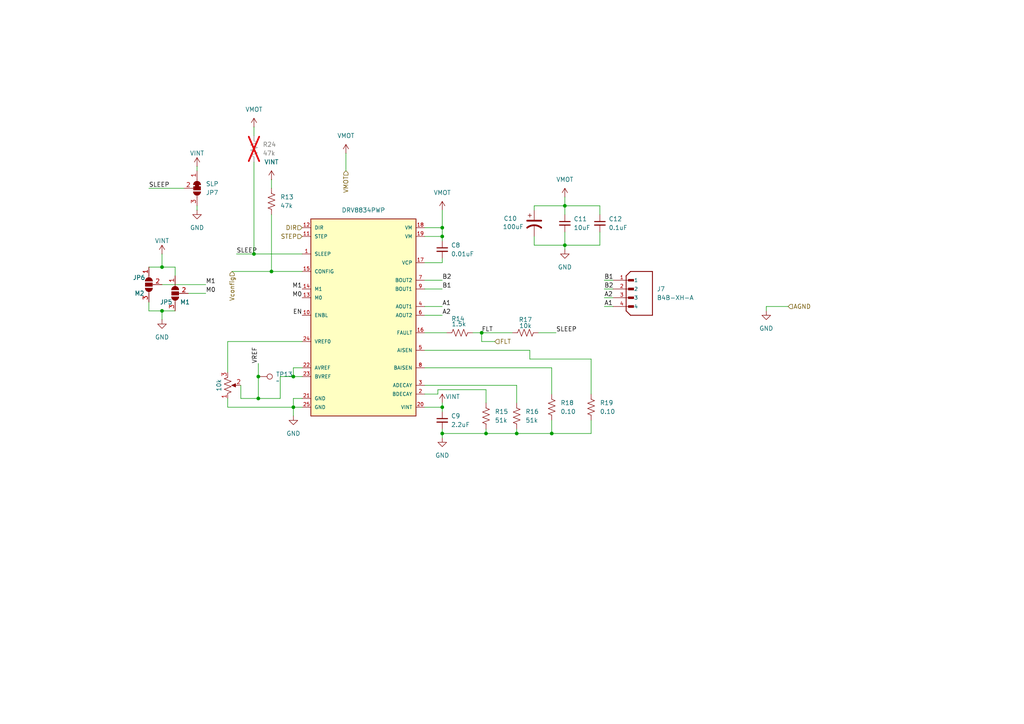
<source format=kicad_sch>
(kicad_sch (version 20231120) (generator "eeschema") (generator_version "8.0")
  (paper "A4")
  (lib_symbols
    (symbol "GT_LIbrary:B4B-XH-A" (pin_names (offset 1.016))
      (property "Reference" "J" (at -2.54 6.35 0))
      (property "Value" "B4B-XH-A" (at -2.54 -10.16 0))
      (symbol "B4B-XH-A_0_0"
        (rectangle (start -3.175 -5.3975) (end -1.5875 -4.7625) (stroke (width 0.1)) (fill (type outline)))
        (rectangle (start -3.175 -2.8575) (end -1.5875 -2.2225) (stroke (width 0.1)) (fill (type outline)))
        (rectangle (start -3.175 -0.3175) (end -1.5875 0.3175) (stroke (width 0.1)) (fill (type outline)))
        (rectangle (start -3.175 2.2225) (end -1.5875 2.8575) (stroke (width 0.1)) (fill (type outline)))
        (polyline (pts (xy -3.81 -6.35) (xy -2.54 -7.62)) (stroke (width 0.254)))
        (polyline (pts (xy -3.81 3.81) (xy -3.81 -6.35)) (stroke (width 0.254)))
        (polyline (pts (xy -3.81 3.81) (xy -2.54 5.08)) (stroke (width 0.254)))
        (polyline (pts (xy -2.54 -7.62) (xy 3.81 -7.62)) (stroke (width 0.254)))
        (polyline (pts (xy 3.81 -7.62) (xy 3.81 5.08)) (stroke (width 0.254)))
        (polyline (pts (xy 3.81 5.08) (xy -2.54 5.08)) (stroke (width 0.254)))
        (pin passive line (at -7.62 2.54 0) (length 5.08) (name "1") (number "1"))
        (pin passive line (at -7.62 0 0) (length 5.08) (name "2") (number "2"))
        (pin passive line (at -7.62 -2.54 0) (length 5.08) (name "3") (number "3"))
        (pin passive line (at -7.62 -5.08 0) (length 5.08) (name "4") (number "4"))
      )
    )
    (symbol "GT_LIbrary:C_Polarized_US" (pin_numbers hide) (pin_names (offset 0.254) hide)
      (property "Reference" "C" (at 0.635 2.54 0))
      (property "Value" "C_Polarized_US" (at 0.635 -2.54 0))
      (symbol "C_Polarized_US_0_1"
        (polyline (pts (xy -2.032 0.762) (xy 2.032 0.762)) (stroke (width 0.508)))
        (polyline (pts (xy -1.778 2.286) (xy -0.762 2.286)))
        (polyline (pts (xy -1.27 1.778) (xy -1.27 2.794)))
        (arc (start 2.032 -1.27) (mid 0 -0.5572) (end -2.032 -1.27) (stroke (width 0.508)))
      )
      (symbol "C_Polarized_US_1_1"
        (pin passive line (at 0 3.81 270) (length 2.794) (name "~") (number "1"))
        (pin passive line (at 0 -3.81 90) (length 3.302) (name "~") (number "2"))
      )
    )
    (symbol "GT_LIbrary:C_Small" (pin_numbers hide) (pin_names (offset 0.254) hide)
      (property "Reference" "C" (at 0.254 1.778 0))
      (property "Value" "C_Small" (at 0.254 -2.032 0))
      (symbol "C_Small_0_1"
        (polyline (pts (xy -1.524 -0.508) (xy 1.524 -0.508)) (stroke (width 0.3302)))
        (polyline (pts (xy -1.524 0.508) (xy 1.524 0.508)) (stroke (width 0.3048)))
      )
      (symbol "C_Small_1_1"
        (pin passive line (at 0 2.54 270) (length 2.032) (name "~") (number "1"))
        (pin passive line (at 0 -2.54 90) (length 2.032) (name "~") (number "2"))
      )
    )
    (symbol "GT_LIbrary:DRV8834PWP" (pin_names (offset 1.016))
      (property "Reference" "U" (at -15.2662 18.3195 0))
      (property "Value" "DRV8834PWP" (at -6.35 15.24 0))
      (symbol "DRV8834PWP_0_0"
        (rectangle (start -15.24 17.78) (end 15.24 -39.37) (stroke (width 0.254)) (fill (type background)))
        (pin input line (at -17.78 -2.54 0) (length 2.54) (name "M1") (number "14"))
        (pin input line (at -17.78 2.54 0) (length 2.54) (name "CONFIG") (number "15"))
        (pin bidirectional line (at -17.78 -36.83 0) (length 2.54) (name "GND") (number "25"))
      )
      (symbol "DRV8834PWP_1_0"
        (pin input line (at -17.78 7.62 0) (length 2.54) (name "SLEEP") (number "1"))
        (pin input line (at -17.78 -10.16 0) (length 2.54) (name "ENBL") (number "10"))
        (pin input line (at -17.78 12.7 0) (length 2.54) (name "STEP") (number "11"))
        (pin input line (at -17.78 15.24 0) (length 2.54) (name "DIR") (number "12"))
        (pin input line (at -17.78 -5.08 0) (length 2.54) (name "M0") (number "13"))
        (pin output line (at 17.78 -15.24 180) (length 2.54) (name "FAULT") (number "16"))
        (pin output line (at 17.78 5.08 180) (length 2.54) (name "VCP") (number "17"))
        (pin power_in line (at 17.78 15.24 180) (length 2.54) (name "VM") (number "18"))
        (pin power_in line (at 17.78 12.7 180) (length 2.54) (name "VM") (number "19"))
        (pin power_in line (at 17.78 -33.02 180) (length 2.54) (name "BDECAY") (number "2"))
        (pin power_in line (at 17.78 -36.83 180) (length 2.54) (name "VINT") (number "20"))
        (pin bidirectional line (at -17.78 -34.29 0) (length 2.54) (name "GND") (number "21"))
        (pin input line (at -17.78 -25.4 0) (length 2.54) (name "AVREF") (number "22"))
        (pin input line (at -17.78 -27.94 0) (length 2.54) (name "BVREF") (number "23"))
        (pin input line (at -17.78 -17.78 0) (length 2.54) (name "VREF0") (number "24"))
        (pin power_in line (at 17.78 -30.48 180) (length 2.54) (name "ADECAY") (number "3"))
        (pin output line (at 17.78 -7.62 180) (length 2.54) (name "AOUT1") (number "4"))
        (pin output line (at 17.78 -20.32 180) (length 2.54) (name "AISEN") (number "5"))
        (pin output line (at 17.78 -10.16 180) (length 2.54) (name "AOUT2") (number "6"))
        (pin output line (at 17.78 0 180) (length 2.54) (name "BOUT2") (number "7"))
        (pin power_in line (at 17.78 -25.4 180) (length 2.54) (name "BAISEN") (number "8"))
        (pin output line (at 17.78 -2.54 180) (length 2.54) (name "BOUT1") (number "9"))
      )
    )
    (symbol "GT_LIbrary:GND" (power) (pin_numbers hide) (pin_names (offset 0) hide)
      (property "Value" "GND" (at 0 -3.81 0))
      (symbol "GND_0_1"
        (polyline (pts (xy 0 0) (xy 0 -1.27) (xy 1.27 -1.27) (xy 0 -2.54) (xy -1.27 -1.27) (xy 0 -1.27)))
      )
      (symbol "GND_1_1"
        (pin power_in line (at 0 0 270) (length 0) (name "~") (number "1"))
      )
    )
    (symbol "GT_LIbrary:R_Potentiometer_US" (pin_names (offset 1.016) hide)
      (property "Reference" "RV" (at -4.445 0 90))
      (property "Value" "R_Potentiometer_US" (at -2.54 0 90))
      (symbol "R_Potentiometer_US_0_1"
        (polyline (pts (xy 0 -2.286) (xy 0 -2.54)))
        (polyline (pts (xy 0 2.54) (xy 0 2.286)))
        (polyline (pts (xy 2.54 0) (xy 1.524 0)))
        (polyline (pts (xy 1.143 0) (xy 2.286 0.508) (xy 2.286 -0.508) (xy 1.143 0)) (fill (type outline)))
        (polyline (pts (xy 0 -0.762) (xy 1.016 -1.143) (xy 0 -1.524) (xy -1.016 -1.905) (xy 0 -2.286)))
        (polyline (pts (xy 0 0.762) (xy 1.016 0.381) (xy 0 0) (xy -1.016 -0.381) (xy 0 -0.762)))
        (polyline (pts (xy 0 2.286) (xy 1.016 1.905) (xy 0 1.524) (xy -1.016 1.143) (xy 0 0.762)))
      )
      (symbol "R_Potentiometer_US_1_1"
        (pin passive line (at 0 3.81 270) (length 1.27) (name "1") (number "1"))
        (pin passive line (at 3.81 0 180) (length 1.27) (name "2") (number "2"))
        (pin passive line (at 0 -3.81 90) (length 1.27) (name "3") (number "3"))
      )
    )
    (symbol "GT_LIbrary:R_US" (pin_numbers hide) (pin_names (offset 0))
      (property "Reference" "R" (at 2.54 0 90))
      (property "Value" "R_US" (at -2.54 0 90))
      (symbol "R_US_0_1"
        (polyline (pts (xy 0 -2.286) (xy 0 -2.54)))
        (polyline (pts (xy 0 2.286) (xy 0 2.54)))
        (polyline (pts (xy 0 -0.762) (xy 1.016 -1.143) (xy 0 -1.524) (xy -1.016 -1.905) (xy 0 -2.286)))
        (polyline (pts (xy 0 0.762) (xy 1.016 0.381) (xy 0 0) (xy -1.016 -0.381) (xy 0 -0.762)))
        (polyline (pts (xy 0 2.286) (xy 1.016 1.905) (xy 0 1.524) (xy -1.016 1.143) (xy 0 0.762)))
      )
      (symbol "R_US_1_1"
        (pin passive line (at 0 3.81 270) (length 1.27) (name "~") (number "1"))
        (pin passive line (at 0 -3.81 90) (length 1.27) (name "~") (number "2"))
      )
    )
    (symbol "GT_LIbrary:SolderJumper_3_Bridged12" (pin_names (offset 0) hide) (exclude_from_sim yes) (in_bom no)
      (property "Reference" "JP" (at -2.54 -2.54 0))
      (property "Value" "SolderJumper_3_Bridged12" (at 0 2.794 0))
      (symbol "SolderJumper_3_Bridged12_0_1"
        (rectangle (start -1.016 0.508) (end -0.508 -0.508) (fill (type outline)))
        (arc (start -1.016 1.016) (mid -2.0276 0) (end -1.016 -1.016))
        (arc (start -1.016 1.016) (mid -2.0276 0) (end -1.016 -1.016) (fill (type outline)))
        (rectangle (start -0.508 1.016) (end 0.508 -1.016) (fill (type outline)))
        (polyline (pts (xy -2.54 0) (xy -2.032 0)))
        (polyline (pts (xy -1.016 1.016) (xy -1.016 -1.016)))
        (polyline (pts (xy 0 -1.27) (xy 0 -1.016)))
        (polyline (pts (xy 1.016 1.016) (xy 1.016 -1.016)))
        (polyline (pts (xy 2.54 0) (xy 2.032 0)))
        (arc (start 1.016 -1.016) (mid 2.0276 0) (end 1.016 1.016))
        (arc (start 1.016 -1.016) (mid 2.0276 0) (end 1.016 1.016) (fill (type outline)))
      )
      (symbol "SolderJumper_3_Bridged12_1_1"
        (pin passive line (at -5.08 0 0) (length 2.54) (name "A") (number "1"))
        (pin passive line (at 0 -3.81 90) (length 2.54) (name "C") (number "2"))
        (pin passive line (at 5.08 0 180) (length 2.54) (name "B") (number "3"))
      )
    )
    (symbol "GT_LIbrary:SolderJumper_3_Open" (pin_names (offset 0) hide) (exclude_from_sim yes) (in_bom no)
      (property "Reference" "JP" (at -2.54 -2.54 0))
      (property "Value" "SolderJumper_3_Open" (at 0 2.794 0))
      (symbol "SolderJumper_3_Open_0_1"
        (arc (start -1.016 1.016) (mid -2.0276 0) (end -1.016 -1.016))
        (arc (start -1.016 1.016) (mid -2.0276 0) (end -1.016 -1.016) (fill (type outline)))
        (rectangle (start -0.508 1.016) (end 0.508 -1.016) (fill (type outline)))
        (polyline (pts (xy -2.54 0) (xy -2.032 0)))
        (polyline (pts (xy -1.016 1.016) (xy -1.016 -1.016)))
        (polyline (pts (xy 0 -1.27) (xy 0 -1.016)))
        (polyline (pts (xy 1.016 1.016) (xy 1.016 -1.016)))
        (polyline (pts (xy 2.54 0) (xy 2.032 0)))
        (arc (start 1.016 -1.016) (mid 2.0276 0) (end 1.016 1.016))
        (arc (start 1.016 -1.016) (mid 2.0276 0) (end 1.016 1.016) (fill (type outline)))
      )
      (symbol "SolderJumper_3_Open_1_1"
        (pin passive line (at -5.08 0 0) (length 2.54) (name "A") (number "1"))
        (pin passive line (at 0 -3.81 90) (length 2.54) (name "C") (number "2"))
        (pin passive line (at 5.08 0 180) (length 2.54) (name "B") (number "3"))
      )
    )
    (symbol "GT_LIbrary:TestPoint" (pin_numbers hide) (pin_names (offset 0.762) hide)
      (property "Reference" "TP" (at 0 6.858 0))
      (property "Value" "TestPoint" (at 0 5.08 0))
      (symbol "TestPoint_0_1"
        (circle (center 0 3.302) (radius 0.762))
      )
      (symbol "TestPoint_1_1"
        (pin passive line (at 0 0 90) (length 2.54) (name "1") (number "1"))
      )
    )
    (symbol "GT_LIbrary:VCC" (power) (pin_numbers hide) (pin_names (offset 0) hide)
      (property "Value" "VCC" (at 0 3.556 0))
      (symbol "VCC_0_1"
        (polyline (pts (xy -0.762 1.27) (xy 0 2.54)))
        (polyline (pts (xy 0 0) (xy 0 2.54)))
        (polyline (pts (xy 0 2.54) (xy 0.762 1.27)))
      )
      (symbol "VCC_1_1"
        (pin power_in line (at 0 0 90) (length 0) (name "~") (number "1"))
      )
    )
  )
  (junction (at 128.27 66.04))
  (junction (at 46.99 90.17))
  (junction (at 128.27 125.73))
  (junction (at 163.83 59.69))
  (junction (at 85.09 118.11))
  (junction (at 85.09 109.22))
  (junction (at 149.86 125.73))
  (junction (at 74.93 115.57))
  (junction (at 163.83 71.12))
  (junction (at 139.7 96.52))
  (junction (at 160.02 125.73))
  (junction (at 128.27 118.11))
  (junction (at 73.66 73.66))
  (junction (at 46.99 77.47))
  (junction (at 128.27 68.58))
  (junction (at 78.74 78.74))
  (junction (at 74.93 109.22))
  (junction (at 140.97 125.73))
  (wire (pts (xy 128.27 125.73) (xy 128.27 127)))
  (wire (pts (xy 143.51 99.06) (xy 139.7 99.06)))
  (wire (pts (xy 123.19 88.9) (xy 128.27 88.9)))
  (wire (pts (xy 140.97 125.73) (xy 128.27 125.73)))
  (wire (pts (xy 85.09 109.22) (xy 87.63 109.22)))
  (wire (pts (xy 171.45 121.92) (xy 171.45 125.73)))
  (wire (pts (xy 153.67 101.6) (xy 153.67 104.14)))
  (wire (pts (xy 87.63 106.68) (xy 85.09 106.68)))
  (wire (pts (xy 73.66 73.66) (xy 87.63 73.66)))
  (wire (pts (xy 67.31 78.74) (xy 78.74 78.74)))
  (wire (pts (xy 175.26 83.82) (xy 177.8 83.82)))
  (wire (pts (xy 69.85 115.57) (xy 74.93 115.57)))
  (wire (pts (xy 87.63 99.06) (xy 66.04 99.06)))
  (wire (pts (xy 87.63 115.57) (xy 85.09 115.57)))
  (wire (pts (xy 175.26 81.28) (xy 177.8 81.28)))
  (wire (pts (xy 163.83 67.31) (xy 163.83 71.12)))
  (wire (pts (xy 74.93 109.22) (xy 74.93 115.57)))
  (wire (pts (xy 140.97 124.46) (xy 140.97 125.73)))
  (wire (pts (xy 128.27 118.11) (xy 128.27 119.38)))
  (wire (pts (xy 127 113.03) (xy 140.97 113.03)))
  (wire (pts (xy 74.93 115.57) (xy 81.28 115.57)))
  (wire (pts (xy 69.85 115.57) (xy 69.85 111.76)))
  (wire (pts (xy 123.19 91.44) (xy 128.27 91.44)))
  (wire (pts (xy 163.83 71.12) (xy 173.99 71.12)))
  (wire (pts (xy 128.27 116.84) (xy 128.27 118.11)))
  (wire (pts (xy 139.7 99.06) (xy 139.7 96.52)))
  (wire (pts (xy 123.19 106.68) (xy 160.02 106.68)))
  (wire (pts (xy 123.19 101.6) (xy 153.67 101.6)))
  (wire (pts (xy 57.15 48.26) (xy 57.15 49.53)))
  (wire (pts (xy 66.04 115.57) (xy 66.04 118.11)))
  (wire (pts (xy 163.83 71.12) (xy 163.83 72.39)))
  (wire (pts (xy 123.19 96.52) (xy 129.54 96.52)))
  (wire (pts (xy 66.04 118.11) (xy 85.09 118.11)))
  (wire (pts (xy 173.99 62.23) (xy 173.99 59.69)))
  (wire (pts (xy 156.21 96.52) (xy 161.29 96.52)))
  (wire (pts (xy 81.28 115.57) (xy 81.28 109.22)))
  (wire (pts (xy 43.18 87.63) (xy 43.18 90.17)))
  (wire (pts (xy 66.04 99.06) (xy 66.04 107.95)))
  (wire (pts (xy 59.69 82.55) (xy 46.99 82.55)))
  (wire (pts (xy 46.99 77.47) (xy 43.18 77.47)))
  (wire (pts (xy 100.33 44.45) (xy 100.33 49.53)))
  (wire (pts (xy 149.86 125.73) (xy 140.97 125.73)))
  (wire (pts (xy 123.19 114.3) (xy 127 114.3)))
  (wire (pts (xy 73.66 36.83) (xy 73.66 39.37)))
  (wire (pts (xy 85.09 106.68) (xy 85.09 109.22)))
  (wire (pts (xy 175.26 86.36) (xy 177.8 86.36)))
  (wire (pts (xy 127 114.3) (xy 127 113.03)))
  (wire (pts (xy 123.19 83.82) (xy 128.27 83.82)))
  (wire (pts (xy 163.83 62.23) (xy 163.83 59.69)))
  (wire (pts (xy 85.09 118.11) (xy 87.63 118.11)))
  (wire (pts (xy 154.94 71.12) (xy 163.83 71.12)))
  (wire (pts (xy 137.16 96.52) (xy 139.7 96.52)))
  (wire (pts (xy 160.02 125.73) (xy 149.86 125.73)))
  (wire (pts (xy 154.94 59.69) (xy 163.83 59.69)))
  (wire (pts (xy 123.19 81.28) (xy 128.27 81.28)))
  (wire (pts (xy 163.83 59.69) (xy 173.99 59.69)))
  (wire (pts (xy 78.74 52.07) (xy 78.74 54.61)))
  (wire (pts (xy 128.27 68.58) (xy 128.27 66.04)))
  (wire (pts (xy 85.09 115.57) (xy 85.09 118.11)))
  (wire (pts (xy 149.86 124.46) (xy 149.86 125.73)))
  (wire (pts (xy 59.69 85.09) (xy 54.61 85.09)))
  (wire (pts (xy 171.45 104.14) (xy 171.45 114.3)))
  (wire (pts (xy 123.19 66.04) (xy 128.27 66.04)))
  (wire (pts (xy 163.83 57.15) (xy 163.83 59.69)))
  (wire (pts (xy 43.18 90.17) (xy 46.99 90.17)))
  (wire (pts (xy 128.27 76.2) (xy 128.27 74.93)))
  (wire (pts (xy 160.02 121.92) (xy 160.02 125.73)))
  (wire (pts (xy 78.74 78.74) (xy 87.63 78.74)))
  (wire (pts (xy 140.97 113.03) (xy 140.97 116.84)))
  (wire (pts (xy 171.45 125.73) (xy 160.02 125.73)))
  (wire (pts (xy 128.27 68.58) (xy 128.27 69.85)))
  (wire (pts (xy 153.67 104.14) (xy 171.45 104.14)))
  (wire (pts (xy 139.7 96.52) (xy 148.59 96.52)))
  (wire (pts (xy 128.27 124.46) (xy 128.27 125.73)))
  (wire (pts (xy 46.99 73.66) (xy 46.99 77.47)))
  (wire (pts (xy 73.66 46.99) (xy 73.66 73.66)))
  (wire (pts (xy 173.99 67.31) (xy 173.99 71.12)))
  (wire (pts (xy 68.58 73.66) (xy 73.66 73.66)))
  (wire (pts (xy 154.94 59.69) (xy 154.94 60.96)))
  (wire (pts (xy 43.18 54.61) (xy 53.34 54.61)))
  (wire (pts (xy 123.19 68.58) (xy 128.27 68.58)))
  (wire (pts (xy 222.25 88.9) (xy 228.6 88.9)))
  (wire (pts (xy 57.15 60.96) (xy 57.15 59.69)))
  (wire (pts (xy 85.09 120.65) (xy 85.09 118.11)))
  (wire (pts (xy 74.93 105.41) (xy 74.93 109.22)))
  (wire (pts (xy 160.02 106.68) (xy 160.02 114.3)))
  (wire (pts (xy 222.25 88.9) (xy 222.25 90.17)))
  (wire (pts (xy 154.94 68.58) (xy 154.94 71.12)))
  (wire (pts (xy 123.19 118.11) (xy 128.27 118.11)))
  (wire (pts (xy 149.86 111.76) (xy 149.86 116.84)))
  (wire (pts (xy 128.27 60.96) (xy 128.27 66.04)))
  (wire (pts (xy 123.19 111.76) (xy 149.86 111.76)))
  (wire (pts (xy 46.99 90.17) (xy 46.99 92.71)))
  (wire (pts (xy 50.8 80.01) (xy 50.8 77.47)))
  (wire (pts (xy 46.99 90.17) (xy 50.8 90.17)))
  (wire (pts (xy 50.8 77.47) (xy 46.99 77.47)))
  (wire (pts (xy 123.19 76.2) (xy 128.27 76.2)))
  (wire (pts (xy 81.28 109.22) (xy 85.09 109.22)))
  (wire (pts (xy 78.74 78.74) (xy 78.74 62.23)))
  (wire (pts (xy 175.26 88.9) (xy 177.8 88.9)))
  (label "A2" (at 175.26 86.36 0))
  (label "FLT" (at 139.7 96.52 0))
  (label "EN" (at 87.63 91.44 180))
  (label "A1" (at 128.27 88.9 0))
  (label "M0" (at 59.69 85.09 0))
  (label "B2" (at 128.27 81.28 0))
  (label "SLEEP" (at 161.29 96.52 0))
  (label "M0" (at 87.63 86.36 180))
  (label "M1" (at 59.69 82.55 0))
  (label "A1" (at 175.26 88.9 0))
  (label "VREF" (at 74.93 105.41 90))
  (label "A2" (at 128.27 91.44 0))
  (label "M1" (at 87.63 83.82 180))
  (label "SLEEP" (at 68.58 73.66 0))
  (label "SLEEP" (at 43.18 54.61 0))
  (label "B1" (at 128.27 83.82 0))
  (label "B2" (at 175.26 83.82 0))
  (label "B1" (at 175.26 81.28 0))
  (hierarchical_label "AGND" (shape input) (at 228.6 88.9 0))
  (hierarchical_label "FLT" (shape input) (at 143.51 99.06 0))
  (hierarchical_label "Vconfig" (shape input) (at 67.31 78.74 270))
  (hierarchical_label "DIR" (shape input) (at 87.63 66.04 180))
  (hierarchical_label "VMOT" (shape input) (at 100.33 49.53 270))
  (hierarchical_label "STEP" (shape input) (at 87.63 68.58 180))
  (symbol (lib_id "GT_LIbrary:VCC") (at 73.66 36.83 0) (unit 1)
    (property "Reference" "#PWR022" (effects (hide yes)))
    (property "Value" "VMOT" (at 73.66 31.75 0))
    (property "Description" "Power symbol creates a global label with name \"VCC\"" (effects (hide yes)))
  )
  (symbol (lib_id "GT_LIbrary:GND") (at 222.25 90.17 0) (unit 1)
    (property "Reference" "#PWR097" (effects (hide yes)))
    (property "Value" "GND" (at 222.25 95.25 0))
    (property "Description" "Power symbol creates a global label with name \"GND\" , ground" (effects (hide yes)))
  )
  (symbol (lib_id "GT_LIbrary:VCC") (at 100.33 44.45 0) (unit 1)
    (property "Reference" "#PWR095" (effects (hide yes)))
    (property "Value" "VMOT" (at 100.33 39.37 0))
    (property "Description" "Power symbol creates a global label with name \"VCC\"" (effects (hide yes)))
  )
  (symbol (lib_id "GT_LIbrary:R_US") (at 78.74 58.42 0) (unit 1)
    (property "Reference" "R13" (at 81.28 57.1499 0) (effects (justify left)))
    (property "Value" "47k" (at 81.28 59.6899 0) (effects (justify left)))
    (property "Footprint" "Library:R_0805_2012Metric" (effects (hide yes)))
    (property "Description" "Resistor, US symbol" (effects (hide yes)))
  )
  (symbol (lib_id "GT_LIbrary:GND") (at 57.15 60.96 0) (unit 1)
    (property "Reference" "#PWR0130" (effects (hide yes)))
    (property "Value" "GND" (at 57.15 66.04 0))
    (property "Description" "Power symbol creates a global label with name \"GND\" , ground" (effects (hide yes)))
  )
  (symbol (lib_id "GT_LIbrary:R_US") (at 140.97 120.65 0) (unit 1)
    (property "Reference" "R15" (at 143.51 119.3799 0) (effects (justify left)))
    (property "Value" "51k" (at 143.51 121.9199 0) (effects (justify left)))
    (property "Footprint" "Library:R_0805_2012Metric" (effects (hide yes)))
    (property "Description" "Resistor, US symbol" (effects (hide yes)))
  )
  (symbol (lib_id "GT_LIbrary:C_Small") (at 128.27 72.39 0) (unit 1)
    (property "Reference" "C8" (at 130.81 71.1262 0) (effects (justify left)))
    (property "Value" "0.01uF" (at 130.81 73.6662 0) (effects (justify left)))
    (property "Footprint" "Library:C_0805_2012Metric" (effects (hide yes)))
    (property "Description" "Unpolarized capacitor, small symbol" (effects (hide yes)))
  )
  (symbol (lib_id "GT_LIbrary:VCC") (at 163.83 57.15 0) (unit 1)
    (property "Reference" "#PWR093" (effects (hide yes)))
    (property "Value" "VMOT" (at 163.83 52.07 0))
    (property "Description" "Power symbol creates a global label with name \"VCC\"" (effects (hide yes)))
  )
  (symbol (lib_id "GT_LIbrary:VCC") (at 46.99 73.66 0) (mirror y) (unit 1)
    (property "Reference" "#PWR0127" (effects (hide yes)))
    (property "Value" "VINT" (at 46.99 69.85 0))
    (property "Description" "Power symbol creates a global label with name \"VCC\"" (effects (hide yes)))
  )
  (symbol (lib_id "GT_LIbrary:VCC") (at 128.27 60.96 0) (unit 1)
    (property "Reference" "#PWR090" (effects (hide yes)))
    (property "Value" "VMOT" (at 128.27 55.88 0))
    (property "Description" "Power symbol creates a global label with name \"VCC\"" (effects (hide yes)))
  )
  (symbol (lib_id "GT_LIbrary:GND") (at 128.27 127 0) (unit 1)
    (property "Reference" "#PWR092" (effects (hide yes)))
    (property "Value" "GND" (at 128.27 132.08 0))
    (property "Description" "Power symbol creates a global label with name \"GND\" , ground" (effects (hide yes)))
  )
  (symbol (lib_id "GT_LIbrary:SolderJumper_3_Open") (at 43.18 82.55 90) (mirror x) (unit 1) (exclude_from_sim yes) (in_bom no)
    (property "Reference" "JP6" (at 42.164 80.518 90) (effects (justify left)))
    (property "Value" "M2" (at 41.91 85.09 90) (effects (justify left)))
    (property "Footprint" "Jumper:SolderJumper-3_P1.3mm_Open_RoundedPad1.0x1.5mm" (effects (hide yes)))
    (property "Description" "Solder Jumper, 3-pole, open" (effects (hide yes)))
    (property "MFP" "N/A " (effects (hide yes)))
  )
  (symbol (lib_id "GT_LIbrary:VCC") (at 78.74 52.07 0) (unit 1)
    (property "Reference" "#PWR088" (effects (hide yes)))
    (property "Value" "VINT" (at 78.74 46.99 0))
    (property "Description" "Power symbol creates a global label with name \"VCC\"" (effects (hide yes)))
  )
  (symbol (lib_id "GT_LIbrary:GND") (at 46.99 92.71 0) (mirror y) (unit 1)
    (property "Reference" "#PWR0128" (effects (hide yes)))
    (property "Value" "GND" (at 46.99 97.79 0))
    (property "Description" "Power symbol creates a global label with name \"GND\" , ground" (effects (hide yes)))
  )
  (symbol (lib_id "GT_LIbrary:GND") (at 85.09 120.65 0) (unit 1)
    (property "Reference" "#PWR089" (effects (hide yes)))
    (property "Value" "GND" (at 85.09 125.73 0))
    (property "Description" "Power symbol creates a global label with name \"GND\" , ground" (effects (hide yes)))
  )
  (symbol (lib_id "GT_LIbrary:R_US") (at 149.86 120.65 0) (unit 1)
    (property "Reference" "R16" (at 152.4 119.3799 0) (effects (justify left)))
    (property "Value" "51k" (at 152.4 121.9199 0) (effects (justify left)))
    (property "Footprint" "Library:R_0805_2012Metric" (effects (hide yes)))
    (property "Description" "Resistor, US symbol" (effects (hide yes)))
  )
  (symbol (lib_id "GT_LIbrary:C_Small") (at 173.99 64.77 0) (unit 1)
    (property "Reference" "C12" (at 176.53 63.5062 0) (effects (justify left)))
    (property "Value" "0.1uF" (at 176.53 66.0462 0) (effects (justify left)))
    (property "Footprint" "Library:C_0805_2012Metric" (effects (hide yes)))
    (property "Description" "Unpolarized capacitor, small symbol" (effects (hide yes)))
  )
  (symbol (lib_id "GT_LIbrary:R_US") (at 73.66 43.18 0) (unit 1) (dnp yes)
    (property "Reference" "R24" (at 76.2 41.9099 0) (effects (justify left)))
    (property "Value" "47k" (at 76.2 44.4499 0) (effects (justify left)))
    (property "Footprint" "Library:R_0805_2012Metric" (effects (hide yes)))
    (property "Description" "Resistor, US symbol" (effects (hide yes)))
  )
  (symbol (lib_id "GT_LIbrary:DRV8834PWP") (at 105.41 81.28 0) (unit 1)
    (property "Reference" "U5" (effects (hide yes)))
    (property "Value" "DRV8834PWP" (at 105.41 60.96 0))
    (property "Footprint" "SOP65P640X120-25N" (effects (hide yes)))
    (property "Description" "11-V, 1.5-A,  dual H-bridge or stepper motor driver with 1/32 microstep indexer" (effects (hide yes)))
    (property "MP" "DRV8834PWP" (effects (hide yes)))
    (property "MFP" "DRV8834PWP" (effects (hide yes)))
    (property "Description_1" "\n                        \n                            11-V, 1.5-A,  dual H-bridge or stepper motor driver with 1/32 microstep indexer\n                        \n" (effects (hide yes)))
  )
  (symbol (lib_id "GT_LIbrary:SolderJumper_3_Bridged12") (at 57.15 54.61 270) (unit 1) (exclude_from_sim yes) (in_bom no)
    (property "Reference" "JP7" (at 59.69 55.8801 90) (effects (justify left)))
    (property "Value" "SLP" (at 59.69 53.3401 90) (effects (justify left)))
    (property "Footprint" "Jumper:SolderJumper-3_P1.3mm_Bridged12_RoundedPad1.0x1.5mm" (effects (hide yes)))
    (property "Description" "3-pole Solder Jumper, pins 1+2 closed/bridged" (effects (hide yes)))
    (property "MFP" "N/A " (effects (hide yes)))
  )
  (symbol (lib_id "GT_LIbrary:TestPoint") (at 74.93 109.22 270) (unit 1)
    (property "Reference" "TP13" (at 80.01 108.5849 90) (effects (justify left)))
    (property "Value" "~" (at 80.01 110.49 90) (effects (justify left)))
    (property "Footprint" "TestPoint_THTPad_D0.8mm_Drill0.4mm" (effects (hide yes)))
    (property "Description" "test point" (effects (hide yes)))
    (property "MFP" "N/A" (effects (hide yes)))
  )
  (symbol (lib_id "GT_LIbrary:GND") (at 163.83 72.39 0) (unit 1)
    (property "Reference" "#PWR094" (effects (hide yes)))
    (property "Value" "GND" (at 163.83 77.47 0))
    (property "Description" "Power symbol creates a global label with name \"GND\" , ground" (effects (hide yes)))
  )
  (symbol (lib_id "GT_LIbrary:C_Small") (at 163.83 64.77 0) (unit 1)
    (property "Reference" "C11" (at 166.37 63.5062 0) (effects (justify left)))
    (property "Value" "10uF" (at 166.37 66.0462 0) (effects (justify left)))
    (property "Footprint" "Library:C_0805_2012Metric" (effects (hide yes)))
    (property "Description" "Unpolarized capacitor, small symbol" (effects (hide yes)))
  )
  (symbol (lib_id "GT_LIbrary:VCC") (at 128.27 116.84 0) (unit 1)
    (property "Reference" "#PWR091" (effects (hide yes)))
    (property "Value" "VINT" (at 131.318 115.062 0))
    (property "Description" "Power symbol creates a global label with name \"VCC\"" (effects (hide yes)))
  )
  (symbol (lib_id "GT_LIbrary:VCC") (at 57.15 48.26 0) (unit 1)
    (property "Reference" "#PWR0129" (effects (hide yes)))
    (property "Value" "VINT" (at 57.15 44.45 0))
    (property "Description" "Power symbol creates a global label with name \"VCC\"" (effects (hide yes)))
  )
  (symbol (lib_id "GT_LIbrary:SolderJumper_3_Open") (at 50.8 85.09 90) (mirror x) (unit 1) (exclude_from_sim yes) (in_bom no)
    (property "Reference" "JP5" (at 50.038 87.63 90) (effects (justify left)))
    (property "Value" "M1" (at 55.118 87.63 90) (effects (justify left)))
    (property "Footprint" "Jumper:SolderJumper-3_P1.3mm_Open_RoundedPad1.0x1.5mm" (effects (hide yes)))
    (property "Description" "Solder Jumper, 3-pole, open" (effects (hide yes)))
    (property "MFP" "N/A " (effects (hide yes)))
  )
  (symbol (lib_id "GT_LIbrary:R_US") (at 160.02 118.11 0) (unit 1)
    (property "Reference" "R18" (at 162.56 116.8399 0) (effects (justify left)))
    (property "Value" "0.10" (at 162.56 119.3799 0) (effects (justify left)))
    (property "Footprint" "Library:R_0805_2012Metric" (effects (hide yes)))
    (property "Description" "Resistor, US symbol" (effects (hide yes)))
    (property "MFP" "WSTM0805QLR100FNR" (effects (hide yes)))
  )
  (symbol (lib_id "GT_LIbrary:B4B-XH-A") (at 185.42 83.82 0) (unit 1)
    (property "Reference" "J7" (at 190.5 83.8199 0) (effects (justify left)))
    (property "Value" "B4B-XH-A" (at 190.5 86.3599 0) (effects (justify left)))
    (property "Footprint" "JST_B4B-XH-A" (effects (hide yes)))
    (property "PARTREV" "7/4/21" (effects (hide yes)))
    (property "STANDARD" "Manufacturer Recommendations" (effects (hide yes)))
    (property "MAXIMUM_PACKAGE_HEIGHT" "7.00 mm" (effects (hide yes)))
    (property "MANUFACTURER" "JST" (effects (hide yes)))
    (property "MFP" "B4B-XH-A" (effects (hide yes)))
  )
  (symbol (lib_id "GT_LIbrary:C_Small") (at 128.27 121.92 0) (unit 1)
    (property "Reference" "C9" (at 130.81 120.6562 0) (effects (justify left)))
    (property "Value" "2.2uF" (at 130.81 123.1962 0) (effects (justify left)))
    (property "Footprint" "Library:C_0805_2012Metric" (effects (hide yes)))
    (property "Description" "Unpolarized capacitor, small symbol" (effects (hide yes)))
  )
  (symbol (lib_id "GT_LIbrary:R_US") (at 133.35 96.52 90) (unit 1)
    (property "Reference" "R14" (at 132.842 92.456 90))
    (property "Value" "1.5k" (at 133.096 93.98 90))
    (property "Footprint" "Library:R_0805_2012Metric" (effects (hide yes)))
    (property "Description" "Resistor, US symbol" (effects (hide yes)))
  )
  (symbol (lib_id "GT_LIbrary:C_Polarized_US") (at 154.94 64.77 0) (unit 1)
    (property "Reference" "C10" (at 146.05 63.3729 0) (effects (justify left)))
    (property "Value" "100uF" (at 145.796 65.786 0) (effects (justify left)))
    (property "Footprint" "CAP_EEE1AA101WR" (effects (hide yes)))
    (property "Description" "Polarized capacitor, US symbol" (effects (hide yes)))
    (property "MFP" "EEE1AA101WR" (effects (hide yes)))
  )
  (symbol (lib_id "GT_LIbrary:R_US") (at 152.4 96.52 90) (unit 1)
    (property "Reference" "R17" (at 152.4 92.71 90))
    (property "Value" "10k" (at 152.4 94.488 90))
    (property "Footprint" "Library:R_0805_2012Metric" (effects (hide yes)))
    (property "Description" "Resistor, US symbol" (effects (hide yes)))
  )
  (symbol (lib_id "GT_LIbrary:R_Potentiometer_US") (at 66.04 111.76 0) (mirror x) (unit 1)
    (property "Reference" "RV1" (effects (hide yes)))
    (property "Value" "10k" (at 63.5 111.7601 90))
    (property "Footprint" "Parts_Library:TRIM_TC33X-2-103E" (effects (hide yes)))
    (property "Description" "Potentiometer, US symbol" (effects (hide yes)))
    (property "MFP" "TRIM_TC33X-2-103E" (effects (hide yes)))
  )
  (symbol (lib_id "GT_LIbrary:R_US") (at 171.45 118.11 0) (unit 1)
    (property "Reference" "R19" (at 173.99 116.8399 0) (effects (justify left)))
    (property "Value" "0.10" (at 173.99 119.3799 0) (effects (justify left)))
    (property "Footprint" "Library:R_0805_2012Metric" (effects (hide yes)))
    (property "Description" "Resistor, US symbol" (effects (hide yes)))
    (property "MFP" "WSTM0805QLR100FNR" (effects (hide yes)))
  )
)
</source>
